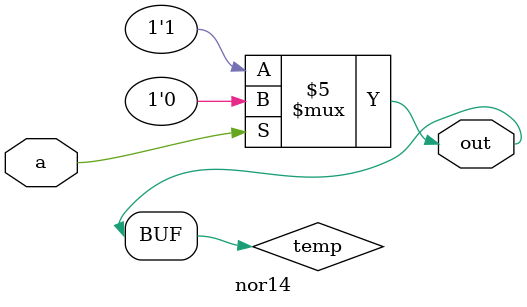
<source format=v>
module nor14 (
    input wire a,
    output wire out
);


    reg temp;
    always @(*) begin
        if (|a == 1'b0)
            temp = 1'b1;
        else
            temp = 1'b0;
    end

    assign out = temp;
    
endmodule

</source>
